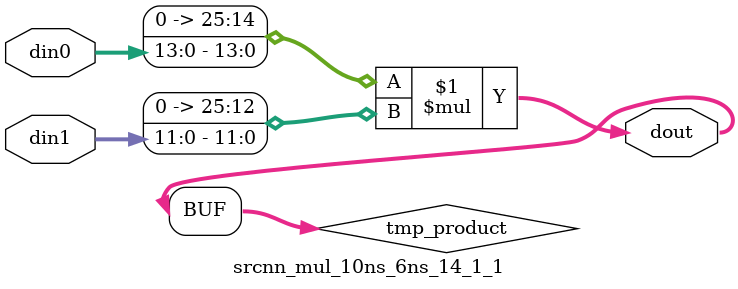
<source format=v>

`timescale 1 ns / 1 ps

  module srcnn_mul_10ns_6ns_14_1_1(din0, din1, dout);
parameter ID = 1;
parameter NUM_STAGE = 0;
parameter din0_WIDTH = 14;
parameter din1_WIDTH = 12;
parameter dout_WIDTH = 26;

input [din0_WIDTH - 1 : 0] din0; 
input [din1_WIDTH - 1 : 0] din1; 
output [dout_WIDTH - 1 : 0] dout;

wire signed [dout_WIDTH - 1 : 0] tmp_product;










assign tmp_product = $signed({1'b0, din0}) * $signed({1'b0, din1});











assign dout = tmp_product;







endmodule

</source>
